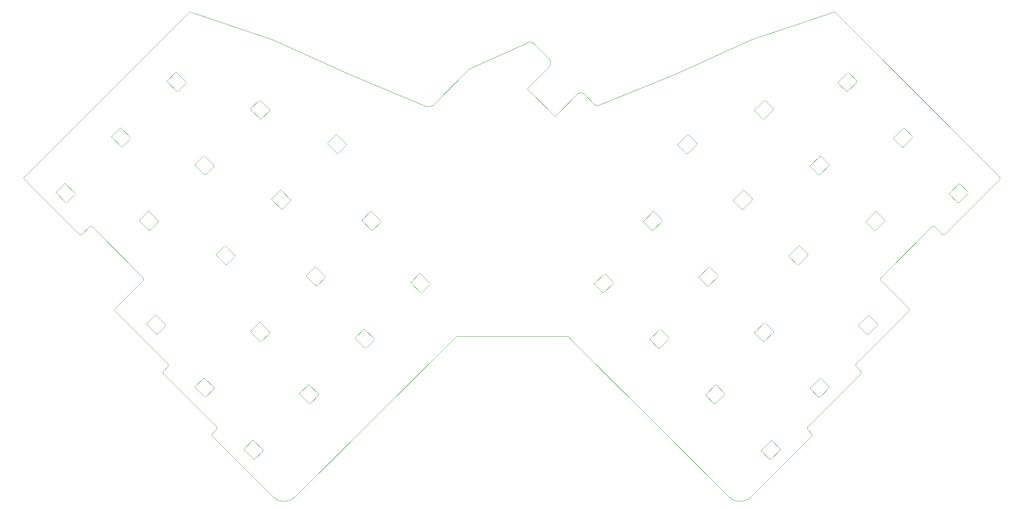
<source format=gbr>
G04 #@! TF.GenerationSoftware,KiCad,Pcbnew,(5.99.0-11349-g4025603a1f)*
G04 #@! TF.CreationDate,2022-06-14T13:32:42-04:00*
G04 #@! TF.ProjectId,eek,65656b2e-6b69-4636-9164-5f7063625858,rev?*
G04 #@! TF.SameCoordinates,Original*
G04 #@! TF.FileFunction,Profile,NP*
%FSLAX46Y46*%
G04 Gerber Fmt 4.6, Leading zero omitted, Abs format (unit mm)*
G04 Created by KiCad (PCBNEW (5.99.0-11349-g4025603a1f)) date 2022-06-14 13:32:42*
%MOMM*%
%LPD*%
G01*
G04 APERTURE LIST*
G04 #@! TA.AperFunction,Profile*
%ADD10C,0.050000*%
G04 #@! TD*
G04 APERTURE END LIST*
D10*
X64449999Y-35100001D02*
X84522731Y-41839740D01*
X64200001Y-35150001D02*
X24347944Y-75003048D01*
X181796625Y-50180677D02*
X200322823Y-41836817D01*
X214040695Y-135599176D02*
X226839327Y-122800544D01*
X244799839Y-87162362D02*
G75*
G03*
X244092733Y-87162362I-353553J-353553D01*
G01*
X247274713Y-88930129D02*
X260497610Y-75707232D01*
X194938761Y-152579790D02*
G75*
G03*
X200312773Y-152579790I2687006J2687006D01*
G01*
X238506590Y-107597748D02*
G75*
G03*
X238506589Y-106890641I-353554J353553D01*
G01*
X231789074Y-99466020D02*
G75*
G03*
X231789075Y-100173127I353554J-353553D01*
G01*
X244092733Y-87162362D02*
X231789075Y-99466020D01*
X244799840Y-87162362D02*
X246567607Y-88930129D01*
X238506589Y-107597748D02*
X225778667Y-120325670D01*
X225778667Y-120325669D02*
G75*
G03*
X225778667Y-121032777I353554J-353554D01*
G01*
X201383483Y-151509079D02*
X201312773Y-151579790D01*
X246567607Y-88930129D02*
G75*
G03*
X247274713Y-88930129I353553J353553D01*
G01*
X214959933Y-137225522D02*
X214040695Y-136306283D01*
X238506589Y-106890641D02*
X231789075Y-100173127D01*
X214040695Y-135599177D02*
G75*
G03*
X214040695Y-136306283I353553J-353553D01*
G01*
X226839327Y-122093437D02*
X225778667Y-121032777D01*
X201383483Y-151509079D02*
X214959933Y-137932629D01*
X226839327Y-122800543D02*
G75*
G03*
X226839327Y-122093437I-353553J353553D01*
G01*
X260497611Y-75707232D02*
G75*
G03*
X260497610Y-75000125I-353554J353553D01*
G01*
X214959933Y-137932628D02*
G75*
G03*
X214959933Y-137225522I-353553J353553D01*
G01*
X194938761Y-152579790D02*
X156967127Y-114749577D01*
X220645553Y-35147078D02*
G75*
G03*
X220395555Y-35097078I-149999J-99999D01*
G01*
X220645553Y-35147078D02*
X260497610Y-75000125D01*
X220395555Y-35097078D02*
X200322823Y-41836817D01*
X181796625Y-50180677D02*
X163198332Y-57735378D01*
X103048929Y-50183600D02*
X84522731Y-41839740D01*
X121670586Y-58007737D02*
X103048929Y-50183600D01*
X131969596Y-48981519D02*
X123205907Y-57748644D01*
X145970311Y-42617558D02*
X131969596Y-48981519D01*
X147879499Y-42971111D02*
X151415032Y-46506645D01*
X162375188Y-57466800D02*
X159971024Y-55062637D01*
X83462071Y-151512002D02*
X83532781Y-151582713D01*
X89906793Y-152582713D02*
X127878427Y-114752500D01*
X69885621Y-137935551D02*
G75*
G02*
X69885621Y-137228445I353553J353553D01*
G01*
X40045714Y-87165285D02*
X38277947Y-88933052D01*
X37570841Y-88933052D02*
X24347944Y-75710155D01*
X40752821Y-87165285D02*
X53056479Y-99468943D01*
X46338965Y-106893564D02*
X53056479Y-100176050D01*
X46338965Y-107600671D02*
X59066887Y-120328593D01*
X83462071Y-151512002D02*
X69885621Y-137935552D01*
X69885621Y-137228445D02*
X70804859Y-136309206D01*
X70804859Y-135602099D02*
X58006227Y-122803467D01*
X58006227Y-122096360D02*
X59066887Y-121035700D01*
X147879499Y-42971111D02*
X147808786Y-42900400D01*
X158132547Y-55062638D02*
X152830000Y-60375000D01*
X201312773Y-151579790D02*
X200312773Y-152579790D01*
X83532781Y-151582713D02*
X84532781Y-152582713D01*
X155970000Y-113755000D02*
X128880000Y-113755000D01*
X146110000Y-53655000D02*
X152830000Y-60375000D01*
X151415032Y-48345123D02*
X146110000Y-53655000D01*
X38277947Y-88933052D02*
G75*
G02*
X37570841Y-88933052I-353553J353553D01*
G01*
X89906793Y-152582713D02*
G75*
G02*
X84532781Y-152582713I-2687006J2687006D01*
G01*
X158132547Y-55062638D02*
G75*
G02*
X159971024Y-55062637I919239J-919238D01*
G01*
X40045715Y-87165285D02*
G75*
G02*
X40752821Y-87165285I353553J-353553D01*
G01*
X70804859Y-135602100D02*
G75*
G02*
X70804859Y-136309206I-353553J-353553D01*
G01*
X145970311Y-42617559D02*
G75*
G02*
X147808786Y-42900400I777817J-1060659D01*
G01*
X24347943Y-75710155D02*
G75*
G02*
X24347944Y-75003048I353554J353553D01*
G01*
X151415033Y-46506646D02*
G75*
G02*
X151415032Y-48345123I-919239J-919238D01*
G01*
X64200001Y-35150001D02*
G75*
G02*
X64449999Y-35100001I149999J-99999D01*
G01*
X46338964Y-107600671D02*
G75*
G02*
X46338965Y-106893564I353554J353553D01*
G01*
X59066887Y-120328592D02*
G75*
G02*
X59066887Y-121035700I-353554J-353554D01*
G01*
X53056480Y-99468943D02*
G75*
G02*
X53056479Y-100176050I-353554J-353553D01*
G01*
X123205906Y-57748644D02*
G75*
G02*
X121670586Y-58007737I-977413J1113401D01*
G01*
X156967127Y-114749577D02*
X155970000Y-113755000D01*
X127878427Y-114752500D02*
X128880000Y-113755000D01*
X163198332Y-57735378D02*
G75*
G02*
X162375190Y-57466800I-236246J671629D01*
G01*
X58006227Y-122803466D02*
G75*
G02*
X58006227Y-122096360I353553J353553D01*
G01*
X217206291Y-123889365D02*
X219186190Y-125869264D01*
X216640605Y-128414849D02*
X214660706Y-126434950D01*
X214660706Y-126152107D02*
X216923448Y-123889365D01*
X219186190Y-126152107D02*
X216923448Y-128414849D01*
X216923449Y-128414849D02*
G75*
G02*
X216640605Y-128414849I-141422J141422D01*
G01*
X216923447Y-123889365D02*
G75*
G02*
X217206291Y-123889365I141422J-141422D01*
G01*
X219186189Y-125869264D02*
G75*
G02*
X219186190Y-126152107I-141421J-141422D01*
G01*
X214660707Y-126434950D02*
G75*
G02*
X214660706Y-126152107I141421J141422D01*
G01*
X204786668Y-143501678D02*
X202806769Y-141521779D01*
X202806769Y-141238936D02*
X205069511Y-138976194D01*
X207332253Y-141238936D02*
X205069511Y-143501678D01*
X205352354Y-138976194D02*
X207332253Y-140956093D01*
X205069510Y-138976194D02*
G75*
G02*
X205352354Y-138976194I141422J-141422D01*
G01*
X207332252Y-140956093D02*
G75*
G02*
X207332253Y-141238936I-141421J-141422D01*
G01*
X205069512Y-143501678D02*
G75*
G02*
X204786668Y-143501678I-141422J141422D01*
G01*
X202806770Y-141521779D02*
G75*
G02*
X202806769Y-141238936I141421J141422D01*
G01*
X178411585Y-112035426D02*
X180391484Y-114015325D01*
X180391484Y-114298168D02*
X178128742Y-116560910D01*
X177845899Y-116560910D02*
X175866000Y-114581011D01*
X175866000Y-114298168D02*
X178128742Y-112035426D01*
X180391483Y-114015325D02*
G75*
G02*
X180391484Y-114298168I-141421J-141422D01*
G01*
X178128743Y-116560910D02*
G75*
G02*
X177845899Y-116560910I-141422J141422D01*
G01*
X175866001Y-114581011D02*
G75*
G02*
X175866000Y-114298168I141421J141422D01*
G01*
X178128741Y-112035426D02*
G75*
G02*
X178411585Y-112035426I141422J-141422D01*
G01*
X237411867Y-63272636D02*
X239391766Y-65252535D01*
X234866282Y-65535378D02*
X237129024Y-63272636D01*
X239391766Y-65535378D02*
X237129024Y-67798120D01*
X236846181Y-67798120D02*
X234866282Y-65818221D01*
X239391765Y-65252535D02*
G75*
G02*
X239391766Y-65535378I-141421J-141422D01*
G01*
X237129025Y-67798120D02*
G75*
G02*
X236846181Y-67798120I-141422J141422D01*
G01*
X234866283Y-65818221D02*
G75*
G02*
X234866282Y-65535378I141421J141422D01*
G01*
X237129023Y-63272636D02*
G75*
G02*
X237411867Y-63272636I141422J-141422D01*
G01*
X203170220Y-61062927D02*
X201190321Y-59083028D01*
X205715805Y-58800185D02*
X203453063Y-61062927D01*
X203735906Y-56537443D02*
X205715805Y-58517342D01*
X201190321Y-58800185D02*
X203453063Y-56537443D01*
X205715804Y-58517342D02*
G75*
G02*
X205715805Y-58800185I-141421J-141422D01*
G01*
X201190322Y-59083028D02*
G75*
G02*
X201190321Y-58800185I141421J141422D01*
G01*
X203453062Y-56537443D02*
G75*
G02*
X203735906Y-56537443I141422J-141422D01*
G01*
X203453064Y-61062927D02*
G75*
G02*
X203170220Y-61062927I-141422J141422D01*
G01*
X230110990Y-88003695D02*
X228131091Y-86023796D01*
X228131091Y-85740953D02*
X230393833Y-83478211D01*
X232656575Y-85740953D02*
X230393833Y-88003695D01*
X230676676Y-83478211D02*
X232656575Y-85458110D01*
X228131092Y-86023796D02*
G75*
G02*
X228131091Y-85740953I141421J141422D01*
G01*
X230393834Y-88003695D02*
G75*
G02*
X230110990Y-88003695I-141422J141422D01*
G01*
X230393832Y-83478211D02*
G75*
G02*
X230676676Y-83478211I141422J-141422D01*
G01*
X232656574Y-85458110D02*
G75*
G02*
X232656575Y-85740953I-141421J-141422D01*
G01*
X223375797Y-54327736D02*
X221395898Y-52347837D01*
X221395898Y-52064994D02*
X223658640Y-49802252D01*
X223941483Y-49802252D02*
X225921382Y-51782151D01*
X225921382Y-52064994D02*
X223658640Y-54327736D01*
X223658639Y-49802252D02*
G75*
G02*
X223941483Y-49802252I141422J-141422D01*
G01*
X221395899Y-52347837D02*
G75*
G02*
X221395898Y-52064994I141421J141422D01*
G01*
X223658641Y-54327736D02*
G75*
G02*
X223375797Y-54327736I-141422J141422D01*
G01*
X225921381Y-51782151D02*
G75*
G02*
X225921382Y-52064994I-141421J-141422D01*
G01*
X214067445Y-94092591D02*
X211804703Y-96355333D01*
X212087546Y-91829849D02*
X214067445Y-93809748D01*
X209541961Y-94092591D02*
X211804703Y-91829849D01*
X211521860Y-96355333D02*
X209541961Y-94375434D01*
X209541962Y-94375434D02*
G75*
G02*
X209541961Y-94092591I141421J141422D01*
G01*
X214067444Y-93809748D02*
G75*
G02*
X214067445Y-94092591I-141421J-141422D01*
G01*
X211804704Y-96355333D02*
G75*
G02*
X211521860Y-96355333I-141422J141422D01*
G01*
X211804702Y-91829849D02*
G75*
G02*
X212087546Y-91829849I141422J-141422D01*
G01*
X193861867Y-127768552D02*
X191599125Y-130031294D01*
X191881968Y-125505810D02*
X193861867Y-127485709D01*
X191316282Y-130031294D02*
X189336383Y-128051395D01*
X189336383Y-127768552D02*
X191599125Y-125505810D01*
X189336384Y-128051395D02*
G75*
G02*
X189336383Y-127768552I141421J141422D01*
G01*
X193861866Y-127485709D02*
G75*
G02*
X193861867Y-127768552I-141421J-141422D01*
G01*
X191599126Y-130031294D02*
G75*
G02*
X191316282Y-130031294I-141422J141422D01*
G01*
X191599124Y-125505810D02*
G75*
G02*
X191881968Y-125505810I141422J-141422D01*
G01*
X201190322Y-112681722D02*
X203453064Y-110418980D01*
X203735907Y-110418980D02*
X205715806Y-112398879D01*
X203170221Y-114944464D02*
X201190322Y-112964565D01*
X205715806Y-112681722D02*
X203453064Y-114944464D01*
X201190323Y-112964565D02*
G75*
G02*
X201190322Y-112681722I141421J141422D01*
G01*
X203453063Y-110418980D02*
G75*
G02*
X203735907Y-110418980I141422J-141422D01*
G01*
X203453065Y-114944464D02*
G75*
G02*
X203170221Y-114944464I-141422J141422D01*
G01*
X205715805Y-112398879D02*
G75*
G02*
X205715806Y-112681722I-141421J-141422D01*
G01*
X216640606Y-74533311D02*
X214660707Y-72553412D01*
X217206292Y-70007827D02*
X219186191Y-71987726D01*
X214660707Y-72270569D02*
X216923449Y-70007827D01*
X219186191Y-72270569D02*
X216923449Y-74533311D01*
X216923448Y-70007827D02*
G75*
G02*
X217206292Y-70007827I141422J-141422D01*
G01*
X214660708Y-72553412D02*
G75*
G02*
X214660707Y-72270569I141421J141422D01*
G01*
X219186190Y-71987726D02*
G75*
G02*
X219186191Y-72270569I-141421J-141422D01*
G01*
X216923450Y-74533311D02*
G75*
G02*
X216640606Y-74533311I-141422J141422D01*
G01*
X189699836Y-101474079D02*
X187719937Y-99494180D01*
X187719937Y-99211337D02*
X189982679Y-96948595D01*
X192245421Y-99211337D02*
X189982679Y-101474079D01*
X190265522Y-96948595D02*
X192245421Y-98928494D01*
X187719938Y-99494180D02*
G75*
G02*
X187719937Y-99211337I141421J141422D01*
G01*
X192245420Y-98928494D02*
G75*
G02*
X192245421Y-99211337I-141421J-141422D01*
G01*
X189982678Y-96948595D02*
G75*
G02*
X190265522Y-96948595I141422J-141422D01*
G01*
X189982680Y-101474079D02*
G75*
G02*
X189699836Y-101474079I-141422J141422D01*
G01*
X250882251Y-76743019D02*
X252862150Y-78722918D01*
X248336666Y-79005761D02*
X250599408Y-76743019D01*
X252862150Y-79005761D02*
X250599408Y-81268503D01*
X250316565Y-81268503D02*
X248336666Y-79288604D01*
X250599407Y-76743019D02*
G75*
G02*
X250882251Y-76743019I141422J-141422D01*
G01*
X248336667Y-79288604D02*
G75*
G02*
X248336666Y-79005761I141421J141422D01*
G01*
X250599409Y-81268503D02*
G75*
G02*
X250316565Y-81268503I-141422J141422D01*
G01*
X252862149Y-78722918D02*
G75*
G02*
X252862150Y-79005761I-141421J-141422D01*
G01*
X198617160Y-78359465D02*
X200597059Y-80339364D01*
X196071575Y-80622207D02*
X198334317Y-78359465D01*
X200597059Y-80622207D02*
X198334317Y-82884949D01*
X198051474Y-82884949D02*
X196071575Y-80905050D01*
X198334318Y-82884949D02*
G75*
G02*
X198051474Y-82884949I-141422J141422D01*
G01*
X198334316Y-78359465D02*
G75*
G02*
X198617160Y-78359465I141422J-141422D01*
G01*
X200597058Y-80339364D02*
G75*
G02*
X200597059Y-80622207I-141421J-141422D01*
G01*
X196071576Y-80905050D02*
G75*
G02*
X196071575Y-80622207I141421J141422D01*
G01*
X176229452Y-88003695D02*
X174249553Y-86023796D01*
X178775037Y-85740953D02*
X176512295Y-88003695D01*
X176795138Y-83478211D02*
X178775037Y-85458110D01*
X174249553Y-85740953D02*
X176512295Y-83478211D01*
X178775036Y-85458110D02*
G75*
G02*
X178775037Y-85740953I-141421J-141422D01*
G01*
X176512294Y-83478211D02*
G75*
G02*
X176795138Y-83478211I141422J-141422D01*
G01*
X176512296Y-88003695D02*
G75*
G02*
X176229452Y-88003695I-141422J141422D01*
G01*
X174249554Y-86023796D02*
G75*
G02*
X174249553Y-85740953I141421J141422D01*
G01*
X228925525Y-108667830D02*
X230905424Y-110647729D01*
X230905424Y-110930572D02*
X228642682Y-113193314D01*
X228359839Y-113193314D02*
X226379940Y-111213415D01*
X226379940Y-110930572D02*
X228642682Y-108667830D01*
X226379941Y-111213415D02*
G75*
G02*
X226379940Y-110930572I141421J141422D01*
G01*
X228642681Y-108667830D02*
G75*
G02*
X228925525Y-108667830I141422J-141422D01*
G01*
X230905423Y-110647729D02*
G75*
G02*
X230905424Y-110930572I-141421J-141422D01*
G01*
X228642683Y-113193314D02*
G75*
G02*
X228359839Y-113193314I-141422J141422D01*
G01*
X162395616Y-100827784D02*
X164658358Y-98565042D01*
X164375515Y-103090526D02*
X162395616Y-101110627D01*
X166921100Y-100827784D02*
X164658358Y-103090526D01*
X164941201Y-98565042D02*
X166921100Y-100544941D01*
X164658357Y-98565042D02*
G75*
G02*
X164941201Y-98565042I141422J-141422D01*
G01*
X166921099Y-100544941D02*
G75*
G02*
X166921100Y-100827784I-141421J-141422D01*
G01*
X164658359Y-103090526D02*
G75*
G02*
X164375515Y-103090526I-141422J141422D01*
G01*
X162395617Y-101110627D02*
G75*
G02*
X162395616Y-100827784I141421J141422D01*
G01*
X184581090Y-69414565D02*
X182601191Y-67434666D01*
X185146776Y-64889081D02*
X187126675Y-66868980D01*
X187126675Y-67151823D02*
X184863933Y-69414565D01*
X182601191Y-67151823D02*
X184863933Y-64889081D01*
X184863934Y-69414565D02*
G75*
G02*
X184581090Y-69414565I-141422J141422D01*
G01*
X184863932Y-64889081D02*
G75*
G02*
X185146776Y-64889081I141422J-141422D01*
G01*
X187126674Y-66868980D02*
G75*
G02*
X187126675Y-67151823I-141421J-141422D01*
G01*
X182601192Y-67434666D02*
G75*
G02*
X182601191Y-67151823I141421J141422D01*
G01*
X79801173Y-138929471D02*
X82063915Y-141192213D01*
X79801173Y-143454955D02*
X77538431Y-141192213D01*
X77538431Y-140909370D02*
X79518330Y-138929471D01*
X82063915Y-141475056D02*
X80084016Y-143454955D01*
X79518330Y-138929472D02*
G75*
G02*
X79801173Y-138929471I141422J-141421D01*
G01*
X82063915Y-141192212D02*
G75*
G02*
X82063915Y-141475056I-141422J-141422D01*
G01*
X80084016Y-143454954D02*
G75*
G02*
X79801173Y-143454955I-141422J141421D01*
G01*
X77538431Y-141192214D02*
G75*
G02*
X77538431Y-140909370I141422J141422D01*
G01*
X91008815Y-127438984D02*
X92988714Y-125459085D01*
X93271557Y-125459085D02*
X95534299Y-127721827D01*
X95534299Y-128004670D02*
X93554400Y-129984569D01*
X93271557Y-129984569D02*
X91008815Y-127721827D01*
X91008815Y-127721828D02*
G75*
G02*
X91008815Y-127438984I141422J141422D01*
G01*
X95534299Y-127721826D02*
G75*
G02*
X95534299Y-128004670I-141422J-141422D01*
G01*
X93554400Y-129984568D02*
G75*
G02*
X93271557Y-129984569I-141422J141421D01*
G01*
X92988714Y-125459086D02*
G75*
G02*
X93271557Y-125459085I141422J-141421D01*
G01*
X45478916Y-65205809D02*
X47458815Y-63225910D01*
X47741658Y-63225910D02*
X50004400Y-65488652D01*
X50004400Y-65771495D02*
X48024501Y-67751394D01*
X47741658Y-67751394D02*
X45478916Y-65488652D01*
X45478916Y-65488653D02*
G75*
G02*
X45478916Y-65205809I141422J141422D01*
G01*
X48024501Y-67751393D02*
G75*
G02*
X47741658Y-67751394I-141422J141421D01*
G01*
X50004400Y-65488651D02*
G75*
G02*
X50004400Y-65771495I-141422J-141422D01*
G01*
X47458815Y-63225911D02*
G75*
G02*
X47741658Y-63225910I141422J-141421D01*
G01*
X81417619Y-110372255D02*
X83680361Y-112634997D01*
X81417619Y-114897739D02*
X79154877Y-112634997D01*
X83680361Y-112917840D02*
X81700462Y-114897739D01*
X79154877Y-112352154D02*
X81134776Y-110372255D01*
X81134776Y-110372256D02*
G75*
G02*
X81417619Y-110372255I141422J-141421D01*
G01*
X79154877Y-112634998D02*
G75*
G02*
X79154877Y-112352154I141422J141422D01*
G01*
X83680361Y-112634996D02*
G75*
G02*
X83680361Y-112917840I-141422J-141422D01*
G01*
X81700462Y-114897738D02*
G75*
G02*
X81417619Y-114897739I-141422J141421D01*
G01*
X34271273Y-76696295D02*
X36534015Y-78959037D01*
X36534015Y-79241880D02*
X34554116Y-81221779D01*
X34271273Y-81221779D02*
X32008531Y-78959037D01*
X32008531Y-78676194D02*
X33988430Y-76696295D01*
X36534015Y-78959036D02*
G75*
G02*
X36534015Y-79241880I-141422J-141422D01*
G01*
X32008531Y-78959038D02*
G75*
G02*
X32008531Y-78676194I141422J141422D01*
G01*
X34554116Y-81221778D02*
G75*
G02*
X34271273Y-81221779I-141422J141421D01*
G01*
X33988430Y-76696296D02*
G75*
G02*
X34271273Y-76696295I141422J-141421D01*
G01*
X84273622Y-80292640D02*
X86253521Y-78312741D01*
X86536364Y-82838225D02*
X84273622Y-80575483D01*
X88799106Y-80858326D02*
X86819207Y-82838225D01*
X86536364Y-78312741D02*
X88799106Y-80575483D01*
X86253521Y-78312742D02*
G75*
G02*
X86536364Y-78312741I141422J-141421D01*
G01*
X84273622Y-80575484D02*
G75*
G02*
X84273622Y-80292640I141422J141422D01*
G01*
X88799106Y-80575482D02*
G75*
G02*
X88799106Y-80858326I-141422J-141422D01*
G01*
X86819207Y-82838224D02*
G75*
G02*
X86536364Y-82838225I-141422J141421D01*
G01*
X67947235Y-128368123D02*
X65684493Y-126105381D01*
X65684493Y-125822538D02*
X67664392Y-123842639D01*
X70209977Y-126388224D02*
X68230078Y-128368123D01*
X67947235Y-123842639D02*
X70209977Y-126105381D01*
X65684493Y-126105382D02*
G75*
G02*
X65684493Y-125822538I141422J141422D01*
G01*
X70209977Y-126105380D02*
G75*
G02*
X70209977Y-126388224I-141422J-141422D01*
G01*
X68230078Y-128368122D02*
G75*
G02*
X67947235Y-128368123I-141422J141421D01*
G01*
X67664392Y-123842640D02*
G75*
G02*
X67947235Y-123842639I141422J-141421D01*
G01*
X70803239Y-93763024D02*
X72783138Y-91783125D01*
X73065981Y-91783125D02*
X75328723Y-94045867D01*
X75328723Y-94328710D02*
X73348824Y-96308609D01*
X73065981Y-96308609D02*
X70803239Y-94045867D01*
X73348824Y-96308608D02*
G75*
G02*
X73065981Y-96308609I-141422J141421D01*
G01*
X70803239Y-94045868D02*
G75*
G02*
X70803239Y-93763024I141422J141422D01*
G01*
X72783138Y-91783126D02*
G75*
G02*
X73065981Y-91783125I141422J-141421D01*
G01*
X75328723Y-94045866D02*
G75*
G02*
X75328723Y-94328710I-141422J-141422D01*
G01*
X65684493Y-71941003D02*
X67664392Y-69961104D01*
X67947235Y-74486588D02*
X65684493Y-72223846D01*
X67947235Y-69961104D02*
X70209977Y-72223846D01*
X70209977Y-72506689D02*
X68230078Y-74486588D01*
X65684493Y-72223847D02*
G75*
G02*
X65684493Y-71941003I141422J141422D01*
G01*
X70209977Y-72223845D02*
G75*
G02*
X70209977Y-72506689I-141422J-141422D01*
G01*
X67664392Y-69961105D02*
G75*
G02*
X67947235Y-69961104I141422J-141421D01*
G01*
X68230078Y-74486587D02*
G75*
G02*
X67947235Y-74486588I-141422J141421D01*
G01*
X92625260Y-98881770D02*
X94605159Y-96901871D01*
X94888002Y-101427355D02*
X92625260Y-99164613D01*
X97150744Y-99447456D02*
X95170845Y-101427355D01*
X94888002Y-96901871D02*
X97150744Y-99164613D01*
X97150744Y-99164612D02*
G75*
G02*
X97150744Y-99447456I-141422J-141422D01*
G01*
X95170845Y-101427354D02*
G75*
G02*
X94888002Y-101427355I-141422J141421D01*
G01*
X92625260Y-99164614D02*
G75*
G02*
X92625260Y-98881770I141422J141422D01*
G01*
X94605159Y-96901872D02*
G75*
G02*
X94888002Y-96901871I141422J-141421D01*
G01*
X54476851Y-83431487D02*
X56739593Y-85694229D01*
X54476851Y-87956971D02*
X52214109Y-85694229D01*
X56739593Y-85977072D02*
X54759694Y-87956971D01*
X52214109Y-85411386D02*
X54194008Y-83431487D01*
X54759694Y-87956970D02*
G75*
G02*
X54476851Y-87956971I-141422J141421D01*
G01*
X52214109Y-85694230D02*
G75*
G02*
X52214109Y-85411386I141422J141422D01*
G01*
X54194008Y-83431488D02*
G75*
G02*
X54476851Y-83431487I141422J-141421D01*
G01*
X56739593Y-85694228D02*
G75*
G02*
X56739593Y-85977072I-141422J-141422D01*
G01*
X104479198Y-113968601D02*
X106459097Y-111988702D01*
X106741940Y-111988702D02*
X109004682Y-114251444D01*
X106741940Y-116514186D02*
X104479198Y-114251444D01*
X109004682Y-114534287D02*
X107024783Y-116514186D01*
X109004682Y-114251443D02*
G75*
G02*
X109004682Y-114534287I-141422J-141422D01*
G01*
X106459097Y-111988703D02*
G75*
G02*
X106741940Y-111988702I141422J-141421D01*
G01*
X104479198Y-114251445D02*
G75*
G02*
X104479198Y-113968601I141422J141422D01*
G01*
X107024783Y-116514185D02*
G75*
G02*
X106741940Y-116514186I-141422J141421D01*
G01*
X58949300Y-51735425D02*
X60929199Y-49755526D01*
X61212042Y-54281010D02*
X58949300Y-52018268D01*
X61212042Y-49755526D02*
X63474784Y-52018268D01*
X63474784Y-52301111D02*
X61494885Y-54281010D01*
X58949300Y-52018269D02*
G75*
G02*
X58949300Y-51735425I141422J141422D01*
G01*
X61494885Y-54281009D02*
G75*
G02*
X61212042Y-54281010I-141422J141421D01*
G01*
X63474784Y-52018267D02*
G75*
G02*
X63474784Y-52301111I-141422J-141422D01*
G01*
X60929199Y-49755527D02*
G75*
G02*
X61212042Y-49755526I141422J-141421D01*
G01*
X83680361Y-59036303D02*
X81700462Y-61016202D01*
X79154877Y-58470617D02*
X81134776Y-56490718D01*
X81417619Y-56490718D02*
X83680361Y-58753460D01*
X81417619Y-61016202D02*
X79154877Y-58753460D01*
X79154877Y-58753461D02*
G75*
G02*
X79154877Y-58470617I141422J141422D01*
G01*
X83680361Y-58753459D02*
G75*
G02*
X83680361Y-59036303I-141422J-141422D01*
G01*
X81700462Y-61016201D02*
G75*
G02*
X81417619Y-61016202I-141422J141421D01*
G01*
X81134776Y-56490719D02*
G75*
G02*
X81417619Y-56490718I141422J-141421D01*
G01*
X108358386Y-87956971D02*
X106095644Y-85694229D01*
X110621128Y-85977072D02*
X108641229Y-87956971D01*
X108358386Y-83431487D02*
X110621128Y-85694229D01*
X106095644Y-85411386D02*
X108075543Y-83431487D01*
X106095644Y-85694230D02*
G75*
G02*
X106095644Y-85411386I141422J141422D01*
G01*
X108075543Y-83431488D02*
G75*
G02*
X108358386Y-83431487I141422J-141421D01*
G01*
X108641229Y-87956970D02*
G75*
G02*
X108358386Y-87956971I-141422J141421D01*
G01*
X110621128Y-85694228D02*
G75*
G02*
X110621128Y-85977072I-141422J-141422D01*
G01*
X56228000Y-108621105D02*
X58490742Y-110883847D01*
X58490742Y-111166690D02*
X56510843Y-113146589D01*
X56228000Y-113146589D02*
X53965258Y-110883847D01*
X53965258Y-110601004D02*
X55945157Y-108621105D01*
X56510843Y-113146588D02*
G75*
G02*
X56228000Y-113146589I-141422J141421D01*
G01*
X55945157Y-108621106D02*
G75*
G02*
X56228000Y-108621105I141422J-141421D01*
G01*
X58490742Y-110883846D02*
G75*
G02*
X58490742Y-111166690I-141422J-141422D01*
G01*
X53965258Y-110883848D02*
G75*
G02*
X53965258Y-110601004I141422J141422D01*
G01*
X117949584Y-100498216D02*
X119929483Y-98518317D01*
X122475068Y-101063902D02*
X120495169Y-103043801D01*
X120212326Y-98518317D02*
X122475068Y-100781059D01*
X120212326Y-103043801D02*
X117949584Y-100781059D01*
X117949584Y-100781060D02*
G75*
G02*
X117949584Y-100498216I141422J141422D01*
G01*
X119929483Y-98518318D02*
G75*
G02*
X120212326Y-98518317I141422J-141421D01*
G01*
X120495169Y-103043800D02*
G75*
G02*
X120212326Y-103043801I-141422J141421D01*
G01*
X122475068Y-100781058D02*
G75*
G02*
X122475068Y-101063902I-141422J-141422D01*
G01*
X100006748Y-69367841D02*
X97744006Y-67105099D01*
X102269490Y-67387942D02*
X100289591Y-69367841D01*
X100006748Y-64842357D02*
X102269490Y-67105099D01*
X97744006Y-66822256D02*
X99723905Y-64842357D01*
X99723905Y-64842358D02*
G75*
G02*
X100006748Y-64842357I141422J-141421D01*
G01*
X102269490Y-67105098D02*
G75*
G02*
X102269490Y-67387942I-141422J-141422D01*
G01*
X100289591Y-69367840D02*
G75*
G02*
X100006748Y-69367841I-141422J141421D01*
G01*
X97744006Y-67105100D02*
G75*
G02*
X97744006Y-66822256I141422J141422D01*
G01*
M02*

</source>
